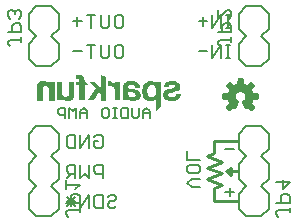
<source format=gbr>
G04 EAGLE Gerber RS-274X export*
G75*
%MOMM*%
%FSLAX34Y34*%
%LPD*%
%INSilkscreen Bottom*%
%IPPOS*%
%AMOC8*
5,1,8,0,0,1.08239X$1,22.5*%
G01*
%ADD10C,0.254000*%
%ADD11C,0.203200*%
%ADD12C,0.152400*%
%ADD13C,0.127000*%
%ADD14C,0.025400*%

G36*
X188708Y89046D02*
X188708Y89046D01*
X188816Y89056D01*
X188829Y89062D01*
X188843Y89064D01*
X188940Y89112D01*
X189039Y89157D01*
X189052Y89168D01*
X189061Y89172D01*
X189076Y89188D01*
X189153Y89250D01*
X191738Y91835D01*
X191801Y91924D01*
X191867Y92009D01*
X191872Y92022D01*
X191880Y92034D01*
X191911Y92137D01*
X191947Y92240D01*
X191947Y92254D01*
X191951Y92267D01*
X191947Y92375D01*
X191948Y92484D01*
X191943Y92497D01*
X191943Y92511D01*
X191905Y92613D01*
X191870Y92715D01*
X191861Y92730D01*
X191857Y92739D01*
X191843Y92756D01*
X191789Y92838D01*
X189025Y96228D01*
X189582Y97310D01*
X189588Y97330D01*
X189630Y97425D01*
X190001Y98584D01*
X194352Y99027D01*
X194456Y99055D01*
X194562Y99080D01*
X194574Y99087D01*
X194587Y99090D01*
X194677Y99151D01*
X194770Y99208D01*
X194778Y99219D01*
X194790Y99227D01*
X194856Y99313D01*
X194925Y99397D01*
X194929Y99410D01*
X194938Y99421D01*
X194972Y99524D01*
X195011Y99625D01*
X195012Y99643D01*
X195016Y99652D01*
X195016Y99674D01*
X195025Y99772D01*
X195025Y103428D01*
X195008Y103535D01*
X194994Y103643D01*
X194988Y103655D01*
X194986Y103669D01*
X194934Y103765D01*
X194887Y103862D01*
X194877Y103872D01*
X194871Y103884D01*
X194791Y103958D01*
X194715Y104035D01*
X194703Y104041D01*
X194693Y104051D01*
X194594Y104096D01*
X194497Y104144D01*
X194479Y104148D01*
X194470Y104152D01*
X194449Y104154D01*
X194352Y104173D01*
X190001Y104616D01*
X189630Y105775D01*
X189621Y105793D01*
X189619Y105800D01*
X189615Y105807D01*
X189582Y105890D01*
X189025Y106972D01*
X191789Y110362D01*
X191843Y110456D01*
X191900Y110548D01*
X191903Y110561D01*
X191910Y110573D01*
X191931Y110680D01*
X191956Y110785D01*
X191954Y110799D01*
X191957Y110813D01*
X191942Y110920D01*
X191932Y111028D01*
X191926Y111041D01*
X191924Y111055D01*
X191876Y111152D01*
X191831Y111251D01*
X191820Y111264D01*
X191816Y111273D01*
X191800Y111288D01*
X191738Y111365D01*
X189153Y113950D01*
X189064Y114013D01*
X188979Y114079D01*
X188966Y114084D01*
X188954Y114092D01*
X188851Y114123D01*
X188748Y114159D01*
X188734Y114159D01*
X188721Y114163D01*
X188613Y114159D01*
X188504Y114160D01*
X188491Y114155D01*
X188477Y114155D01*
X188375Y114117D01*
X188273Y114082D01*
X188258Y114073D01*
X188249Y114069D01*
X188232Y114055D01*
X188150Y114001D01*
X184760Y111237D01*
X183678Y111794D01*
X183658Y111800D01*
X183563Y111842D01*
X182404Y112213D01*
X181961Y116564D01*
X181933Y116668D01*
X181908Y116774D01*
X181901Y116786D01*
X181898Y116799D01*
X181837Y116889D01*
X181780Y116982D01*
X181769Y116990D01*
X181761Y117002D01*
X181675Y117068D01*
X181591Y117137D01*
X181578Y117141D01*
X181567Y117150D01*
X181464Y117184D01*
X181363Y117223D01*
X181345Y117224D01*
X181336Y117228D01*
X181314Y117228D01*
X181216Y117237D01*
X177560Y117237D01*
X177453Y117220D01*
X177345Y117206D01*
X177333Y117200D01*
X177319Y117198D01*
X177223Y117146D01*
X177126Y117099D01*
X177116Y117089D01*
X177104Y117083D01*
X177030Y117003D01*
X176953Y116927D01*
X176947Y116915D01*
X176937Y116905D01*
X176892Y116806D01*
X176844Y116709D01*
X176840Y116691D01*
X176836Y116682D01*
X176834Y116661D01*
X176815Y116564D01*
X176372Y112213D01*
X175213Y111842D01*
X175195Y111832D01*
X175098Y111794D01*
X174016Y111237D01*
X170626Y114001D01*
X170532Y114055D01*
X170440Y114112D01*
X170427Y114115D01*
X170415Y114122D01*
X170308Y114143D01*
X170203Y114168D01*
X170189Y114166D01*
X170175Y114169D01*
X170068Y114154D01*
X169960Y114144D01*
X169947Y114138D01*
X169934Y114136D01*
X169836Y114088D01*
X169737Y114043D01*
X169724Y114032D01*
X169715Y114028D01*
X169700Y114012D01*
X169623Y113950D01*
X167038Y111365D01*
X166975Y111276D01*
X166909Y111191D01*
X166904Y111178D01*
X166896Y111166D01*
X166865Y111063D01*
X166829Y110960D01*
X166829Y110946D01*
X166825Y110933D01*
X166829Y110825D01*
X166828Y110716D01*
X166833Y110703D01*
X166833Y110689D01*
X166871Y110587D01*
X166906Y110485D01*
X166915Y110470D01*
X166919Y110461D01*
X166933Y110444D01*
X166987Y110362D01*
X169751Y106972D01*
X169194Y105890D01*
X169188Y105870D01*
X169146Y105775D01*
X168775Y104616D01*
X164424Y104173D01*
X164320Y104145D01*
X164214Y104120D01*
X164202Y104113D01*
X164189Y104110D01*
X164099Y104049D01*
X164006Y103992D01*
X163998Y103981D01*
X163986Y103973D01*
X163920Y103887D01*
X163852Y103803D01*
X163847Y103790D01*
X163838Y103779D01*
X163804Y103676D01*
X163765Y103575D01*
X163764Y103557D01*
X163760Y103548D01*
X163761Y103526D01*
X163751Y103428D01*
X163751Y99772D01*
X163768Y99665D01*
X163782Y99557D01*
X163788Y99545D01*
X163790Y99531D01*
X163842Y99435D01*
X163889Y99338D01*
X163899Y99328D01*
X163905Y99316D01*
X163985Y99242D01*
X164061Y99165D01*
X164073Y99159D01*
X164084Y99149D01*
X164182Y99104D01*
X164279Y99056D01*
X164297Y99052D01*
X164306Y99048D01*
X164327Y99046D01*
X164424Y99027D01*
X168775Y98584D01*
X169146Y97425D01*
X169156Y97407D01*
X169194Y97310D01*
X169751Y96228D01*
X166987Y92838D01*
X166933Y92744D01*
X166876Y92652D01*
X166873Y92639D01*
X166866Y92627D01*
X166845Y92520D01*
X166820Y92415D01*
X166822Y92401D01*
X166819Y92387D01*
X166834Y92280D01*
X166844Y92172D01*
X166850Y92159D01*
X166852Y92146D01*
X166900Y92048D01*
X166945Y91949D01*
X166956Y91936D01*
X166960Y91927D01*
X166976Y91912D01*
X167038Y91835D01*
X169623Y89250D01*
X169712Y89187D01*
X169797Y89121D01*
X169810Y89116D01*
X169822Y89108D01*
X169925Y89077D01*
X170028Y89041D01*
X170042Y89041D01*
X170055Y89037D01*
X170163Y89041D01*
X170272Y89040D01*
X170285Y89045D01*
X170299Y89045D01*
X170401Y89083D01*
X170503Y89118D01*
X170518Y89127D01*
X170527Y89131D01*
X170544Y89145D01*
X170626Y89199D01*
X174016Y91963D01*
X175098Y91406D01*
X175151Y91389D01*
X175200Y91363D01*
X175266Y91352D01*
X175330Y91331D01*
X175386Y91332D01*
X175440Y91323D01*
X175507Y91334D01*
X175574Y91335D01*
X175626Y91353D01*
X175681Y91362D01*
X175741Y91394D01*
X175804Y91417D01*
X175847Y91451D01*
X175897Y91477D01*
X175943Y91526D01*
X175995Y91568D01*
X176026Y91615D01*
X176064Y91655D01*
X176120Y91760D01*
X176128Y91773D01*
X176129Y91778D01*
X176133Y91785D01*
X178286Y96982D01*
X178306Y97065D01*
X178311Y97078D01*
X178313Y97094D01*
X178338Y97179D01*
X178337Y97200D01*
X178342Y97220D01*
X178334Y97302D01*
X178335Y97321D01*
X178331Y97341D01*
X178327Y97422D01*
X178320Y97442D01*
X178318Y97463D01*
X178286Y97532D01*
X178280Y97559D01*
X178265Y97583D01*
X178239Y97650D01*
X178226Y97666D01*
X178217Y97685D01*
X178172Y97734D01*
X178152Y97766D01*
X178121Y97791D01*
X178083Y97837D01*
X178060Y97853D01*
X178050Y97863D01*
X178029Y97875D01*
X177964Y97920D01*
X177963Y97921D01*
X177962Y97922D01*
X177063Y98428D01*
X176376Y99072D01*
X175861Y99860D01*
X175549Y100748D01*
X175457Y101685D01*
X175590Y102617D01*
X175941Y103491D01*
X176490Y104256D01*
X177204Y104869D01*
X178044Y105294D01*
X178961Y105508D01*
X179902Y105498D01*
X180814Y105264D01*
X181644Y104821D01*
X182345Y104192D01*
X182877Y103415D01*
X183208Y102534D01*
X183321Y101599D01*
X183213Y100682D01*
X182893Y99814D01*
X182379Y99045D01*
X181700Y98418D01*
X180816Y97923D01*
X180774Y97890D01*
X180732Y97867D01*
X180701Y97834D01*
X180653Y97799D01*
X180641Y97783D01*
X180625Y97770D01*
X180590Y97715D01*
X180565Y97689D01*
X180552Y97659D01*
X180510Y97601D01*
X180504Y97582D01*
X180494Y97565D01*
X180475Y97490D01*
X180465Y97467D01*
X180462Y97443D01*
X180439Y97368D01*
X180440Y97348D01*
X180435Y97328D01*
X180442Y97242D01*
X180441Y97224D01*
X180444Y97208D01*
X180447Y97124D01*
X180455Y97099D01*
X180456Y97085D01*
X180466Y97063D01*
X180490Y96982D01*
X181419Y94739D01*
X181419Y94738D01*
X182350Y92491D01*
X182351Y92491D01*
X182643Y91785D01*
X182672Y91738D01*
X182693Y91686D01*
X182736Y91635D01*
X182772Y91578D01*
X182815Y91543D01*
X182851Y91500D01*
X182908Y91466D01*
X182960Y91423D01*
X183012Y91404D01*
X183060Y91375D01*
X183126Y91361D01*
X183189Y91337D01*
X183244Y91335D01*
X183298Y91324D01*
X183365Y91331D01*
X183432Y91329D01*
X183486Y91345D01*
X183541Y91352D01*
X183652Y91396D01*
X183666Y91400D01*
X183670Y91403D01*
X183678Y91406D01*
X184760Y91963D01*
X188150Y89199D01*
X188244Y89145D01*
X188336Y89088D01*
X188349Y89085D01*
X188361Y89078D01*
X188468Y89057D01*
X188573Y89032D01*
X188587Y89034D01*
X188601Y89031D01*
X188708Y89046D01*
G37*
G36*
X107889Y88953D02*
X107889Y88953D01*
X107891Y88952D01*
X107912Y88961D01*
X107972Y88984D01*
X112112Y92718D01*
X112114Y92724D01*
X112120Y92727D01*
X112144Y92787D01*
X112153Y92808D01*
X112152Y92810D01*
X112153Y92812D01*
X112153Y113386D01*
X112138Y113423D01*
X112128Y113462D01*
X112119Y113468D01*
X112115Y113477D01*
X112087Y113488D01*
X112051Y113510D01*
X108165Y114246D01*
X108150Y114243D01*
X108135Y114248D01*
X108103Y114233D01*
X108068Y114225D01*
X108060Y114212D01*
X108047Y114206D01*
X108032Y114167D01*
X108016Y114142D01*
X108019Y114131D01*
X108015Y114120D01*
X108039Y112203D01*
X107905Y112352D01*
X107904Y112353D01*
X107904Y112354D01*
X107015Y113319D01*
X107009Y113321D01*
X107005Y113328D01*
X106662Y113629D01*
X106651Y113633D01*
X106643Y113643D01*
X106249Y113876D01*
X106240Y113877D01*
X106232Y113884D01*
X104911Y114417D01*
X104900Y114417D01*
X104890Y114424D01*
X104408Y114526D01*
X104396Y114523D01*
X104384Y114528D01*
X102403Y114553D01*
X102392Y114549D01*
X102380Y114551D01*
X101295Y114368D01*
X101285Y114361D01*
X101271Y114361D01*
X100246Y113961D01*
X100239Y113953D01*
X100227Y113951D01*
X99325Y113410D01*
X99320Y113404D01*
X99311Y113401D01*
X98487Y112748D01*
X98481Y112738D01*
X98471Y112733D01*
X97679Y111843D01*
X97675Y111830D01*
X97663Y111821D01*
X97084Y110780D01*
X97082Y110768D01*
X97074Y110757D01*
X96400Y108644D01*
X96401Y108633D01*
X96395Y108622D01*
X96112Y106422D01*
X96115Y106411D01*
X96111Y106399D01*
X96229Y104184D01*
X96234Y104174D01*
X96232Y104162D01*
X96555Y102786D01*
X96562Y102777D01*
X96562Y102765D01*
X97118Y101465D01*
X97126Y101457D01*
X97128Y101446D01*
X97900Y100261D01*
X97909Y100255D01*
X97914Y100244D01*
X98571Y99537D01*
X98581Y99533D01*
X98587Y99523D01*
X99355Y98938D01*
X99366Y98936D01*
X99373Y98927D01*
X100229Y98481D01*
X100240Y98480D01*
X100249Y98472D01*
X101168Y98178D01*
X101178Y98179D01*
X101188Y98173D01*
X102400Y97984D01*
X102409Y97986D01*
X102418Y97983D01*
X103645Y97966D01*
X103653Y97969D01*
X103663Y97967D01*
X104880Y98122D01*
X104890Y98127D01*
X104902Y98127D01*
X105746Y98391D01*
X105756Y98399D01*
X105771Y98402D01*
X106540Y98839D01*
X106548Y98849D01*
X106562Y98854D01*
X107222Y99444D01*
X107228Y99456D01*
X107240Y99464D01*
X107760Y100180D01*
X107761Y100182D01*
X107761Y89078D01*
X107779Y89034D01*
X107796Y88991D01*
X107798Y88990D01*
X107799Y88987D01*
X107843Y88970D01*
X107887Y88952D01*
X107889Y88953D01*
G37*
G36*
X90339Y97969D02*
X90339Y97969D01*
X90350Y97974D01*
X90364Y97972D01*
X91736Y98280D01*
X91747Y98288D01*
X91762Y98289D01*
X93031Y98895D01*
X93040Y98905D01*
X93054Y98909D01*
X93502Y99251D01*
X93508Y99261D01*
X93520Y99267D01*
X93897Y99687D01*
X93901Y99698D01*
X93911Y99706D01*
X94203Y100189D01*
X94205Y100200D01*
X94213Y100210D01*
X94586Y101203D01*
X94586Y101214D01*
X94592Y101225D01*
X94781Y102269D01*
X94778Y102280D01*
X94783Y102292D01*
X94780Y103353D01*
X94777Y103360D01*
X94779Y103363D01*
X94776Y103370D01*
X94777Y103380D01*
X94571Y104321D01*
X94562Y104333D01*
X94561Y104350D01*
X94132Y105212D01*
X94122Y105221D01*
X94117Y105236D01*
X93619Y105845D01*
X93614Y105848D01*
X93612Y105852D01*
X93606Y105854D01*
X93601Y105863D01*
X92991Y106361D01*
X92979Y106364D01*
X92970Y106375D01*
X92274Y106741D01*
X92263Y106742D01*
X92254Y106749D01*
X90769Y107233D01*
X90761Y107232D01*
X90752Y107237D01*
X89215Y107515D01*
X89211Y107514D01*
X89206Y107517D01*
X87000Y107745D01*
X85694Y107971D01*
X85225Y108136D01*
X84797Y108382D01*
X84513Y108643D01*
X84453Y108730D01*
X84411Y108827D01*
X84300Y109348D01*
X84300Y109879D01*
X84411Y110400D01*
X84550Y110714D01*
X84749Y110993D01*
X85002Y111227D01*
X85316Y111420D01*
X85662Y111548D01*
X86031Y111609D01*
X87386Y111659D01*
X87973Y111605D01*
X88534Y111440D01*
X88998Y111185D01*
X89388Y110829D01*
X89683Y110391D01*
X89867Y109896D01*
X89930Y109365D01*
X89930Y109322D01*
X89931Y109320D01*
X89930Y109318D01*
X89950Y109275D01*
X89968Y109231D01*
X89970Y109231D01*
X89971Y109229D01*
X90056Y109196D01*
X94197Y109196D01*
X94198Y109194D01*
X94240Y109184D01*
X94282Y109170D01*
X94288Y109173D01*
X94294Y109172D01*
X94319Y109188D01*
X94364Y109209D01*
X94389Y109234D01*
X94389Y109235D01*
X94405Y109277D01*
X94424Y109326D01*
X94424Y109327D01*
X94404Y109369D01*
X94385Y109412D01*
X94263Y110303D01*
X94257Y110314D01*
X94257Y110329D01*
X93923Y111270D01*
X93914Y111280D01*
X93911Y111294D01*
X93392Y112147D01*
X93381Y112155D01*
X93376Y112168D01*
X92693Y112898D01*
X92681Y112903D01*
X92673Y112915D01*
X91856Y113489D01*
X91844Y113492D01*
X91835Y113501D01*
X90677Y114030D01*
X90667Y114030D01*
X90658Y114037D01*
X89429Y114371D01*
X89420Y114370D01*
X89411Y114374D01*
X87671Y114588D01*
X87663Y114585D01*
X87655Y114588D01*
X85901Y114580D01*
X85894Y114577D01*
X85885Y114579D01*
X84146Y114349D01*
X84138Y114344D01*
X84127Y114345D01*
X82713Y113920D01*
X82704Y113912D01*
X82690Y113911D01*
X81387Y113217D01*
X81378Y113207D01*
X81364Y113202D01*
X80802Y112719D01*
X80795Y112705D01*
X80781Y112696D01*
X80354Y112091D01*
X80351Y112076D01*
X80339Y112064D01*
X80072Y111373D01*
X80073Y111358D01*
X80065Y111343D01*
X79974Y110608D01*
X79976Y110600D01*
X79973Y110592D01*
X79973Y105766D01*
X79974Y105764D01*
X79973Y105762D01*
X79980Y105747D01*
X79948Y105663D01*
X79973Y101325D01*
X79871Y99988D01*
X79522Y98693D01*
X79448Y98494D01*
X79449Y98469D01*
X79440Y98446D01*
X79451Y98422D01*
X79452Y98396D01*
X79471Y98379D01*
X79481Y98357D01*
X79508Y98346D01*
X79526Y98330D01*
X79545Y98332D01*
X79566Y98324D01*
X83600Y98324D01*
X83636Y98321D01*
X83664Y98330D01*
X83704Y98334D01*
X83741Y98353D01*
X83760Y98375D01*
X83792Y98399D01*
X83814Y98435D01*
X83816Y98452D01*
X83828Y98468D01*
X83904Y98748D01*
X83903Y98751D01*
X83905Y98754D01*
X84132Y99783D01*
X84142Y99806D01*
X84148Y99812D01*
X84156Y99814D01*
X84165Y99813D01*
X84189Y99797D01*
X85016Y99094D01*
X85027Y99090D01*
X85036Y99080D01*
X85987Y98540D01*
X85998Y98539D01*
X86008Y98531D01*
X87043Y98178D01*
X87055Y98179D01*
X87065Y98173D01*
X88683Y97932D01*
X88693Y97935D01*
X88704Y97931D01*
X90339Y97969D01*
G37*
G36*
X65472Y98198D02*
X65472Y98198D01*
X65475Y98197D01*
X65558Y98234D01*
X65609Y98285D01*
X65611Y98288D01*
X65613Y98289D01*
X65646Y98374D01*
X65646Y117704D01*
X65638Y117723D01*
X65640Y117743D01*
X65619Y117770D01*
X65608Y117795D01*
X65594Y117800D01*
X65583Y117814D01*
X61443Y120176D01*
X61408Y120180D01*
X61376Y120192D01*
X61361Y120185D01*
X61345Y120187D01*
X61318Y120165D01*
X61287Y120151D01*
X61280Y120135D01*
X61268Y120125D01*
X61266Y120098D01*
X61254Y120066D01*
X61254Y108636D01*
X55779Y114110D01*
X55776Y114112D01*
X55775Y114114D01*
X55690Y114147D01*
X51016Y114147D01*
X51014Y114147D01*
X51013Y114147D01*
X50969Y114127D01*
X50925Y114109D01*
X50925Y114107D01*
X50923Y114106D01*
X50907Y114062D01*
X50890Y114017D01*
X50891Y114015D01*
X50890Y114014D01*
X50928Y113931D01*
X56619Y108365D01*
X50022Y98470D01*
X50015Y98432D01*
X50001Y98395D01*
X50006Y98385D01*
X50004Y98373D01*
X50026Y98342D01*
X50043Y98306D01*
X50054Y98302D01*
X50060Y98293D01*
X50090Y98288D01*
X50128Y98274D01*
X55208Y98299D01*
X55225Y98306D01*
X55243Y98304D01*
X55272Y98326D01*
X55298Y98338D01*
X55303Y98350D01*
X55315Y98360D01*
X59548Y105338D01*
X61203Y103731D01*
X61203Y98323D01*
X61204Y98321D01*
X61203Y98319D01*
X61223Y98276D01*
X61241Y98232D01*
X61243Y98232D01*
X61244Y98230D01*
X61329Y98197D01*
X65469Y98197D01*
X65472Y98198D01*
G37*
G36*
X33904Y97897D02*
X33904Y97897D01*
X33915Y97894D01*
X34948Y98041D01*
X34959Y98047D01*
X34972Y98047D01*
X35958Y98390D01*
X35967Y98398D01*
X35980Y98400D01*
X36882Y98926D01*
X36889Y98936D01*
X36902Y98941D01*
X37156Y99169D01*
X37162Y99180D01*
X37173Y99188D01*
X37834Y100073D01*
X37836Y100084D01*
X37846Y100093D01*
X38334Y101083D01*
X38334Y101095D01*
X38342Y101105D01*
X38642Y102168D01*
X38640Y102179D01*
X38646Y102191D01*
X38747Y103290D01*
X38745Y103296D01*
X38747Y103302D01*
X38747Y114097D01*
X38746Y114099D01*
X38747Y114101D01*
X38727Y114144D01*
X38709Y114188D01*
X38707Y114188D01*
X38706Y114190D01*
X38621Y114223D01*
X34481Y114223D01*
X34479Y114222D01*
X34477Y114223D01*
X34434Y114203D01*
X34390Y114185D01*
X34390Y114183D01*
X34388Y114182D01*
X34355Y114097D01*
X34355Y104100D01*
X34206Y103270D01*
X33863Y102502D01*
X33591Y102140D01*
X33250Y101839D01*
X32855Y101614D01*
X32166Y101391D01*
X31447Y101311D01*
X30726Y101378D01*
X30035Y101590D01*
X29525Y101878D01*
X29094Y102275D01*
X28767Y102760D01*
X28558Y103310D01*
X28333Y104514D01*
X28257Y105744D01*
X28257Y114046D01*
X28256Y114048D01*
X28257Y114050D01*
X28237Y114093D01*
X28219Y114137D01*
X28217Y114137D01*
X28216Y114139D01*
X28131Y114172D01*
X23915Y114172D01*
X23913Y114171D01*
X23911Y114172D01*
X23868Y114152D01*
X23824Y114134D01*
X23824Y114132D01*
X23822Y114131D01*
X23789Y114046D01*
X23789Y98425D01*
X23790Y98423D01*
X23789Y98421D01*
X23809Y98378D01*
X23827Y98334D01*
X23829Y98334D01*
X23830Y98332D01*
X23915Y98299D01*
X27928Y98299D01*
X27930Y98300D01*
X27932Y98299D01*
X27975Y98319D01*
X28019Y98337D01*
X28019Y98339D01*
X28021Y98340D01*
X28054Y98425D01*
X28054Y100482D01*
X28561Y99841D01*
X28569Y99837D01*
X28573Y99828D01*
X29400Y99043D01*
X29409Y99040D01*
X29414Y99032D01*
X30344Y98373D01*
X30353Y98371D01*
X30361Y98363D01*
X30606Y98241D01*
X30617Y98240D01*
X30626Y98233D01*
X30888Y98152D01*
X30897Y98153D01*
X30906Y98148D01*
X32384Y97925D01*
X32392Y97927D01*
X32400Y97923D01*
X33894Y97893D01*
X33904Y97897D01*
G37*
G36*
X21427Y98224D02*
X21427Y98224D01*
X21429Y98223D01*
X21472Y98243D01*
X21516Y98261D01*
X21516Y98263D01*
X21518Y98264D01*
X21551Y98349D01*
X21551Y114071D01*
X21550Y114073D01*
X21551Y114075D01*
X21531Y114118D01*
X21513Y114162D01*
X21511Y114162D01*
X21510Y114164D01*
X21425Y114197D01*
X17387Y114197D01*
X17385Y114196D01*
X17383Y114197D01*
X17340Y114177D01*
X17296Y114159D01*
X17296Y114157D01*
X17294Y114156D01*
X17261Y114071D01*
X17261Y112003D01*
X17219Y112032D01*
X17105Y112168D01*
X16828Y112546D01*
X16824Y112548D01*
X16822Y112553D01*
X16420Y113026D01*
X16413Y113030D01*
X16409Y113038D01*
X16214Y113214D01*
X16074Y113340D01*
X15948Y113454D01*
X15938Y113457D01*
X15930Y113467D01*
X15032Y114034D01*
X15019Y114037D01*
X15008Y114046D01*
X14012Y114415D01*
X13999Y114415D01*
X13986Y114422D01*
X12934Y114577D01*
X12924Y114574D01*
X12913Y114578D01*
X10907Y114528D01*
X10897Y114524D01*
X10884Y114526D01*
X9907Y114320D01*
X9895Y114312D01*
X9879Y114311D01*
X8974Y113889D01*
X8965Y113878D01*
X8950Y113874D01*
X8165Y113256D01*
X8159Y113245D01*
X8147Y113239D01*
X7658Y112664D01*
X7655Y112653D01*
X7645Y112646D01*
X7261Y111997D01*
X7259Y111986D01*
X7251Y111977D01*
X6982Y111272D01*
X6982Y111263D01*
X6977Y111254D01*
X6737Y110147D01*
X6739Y110138D01*
X6735Y110130D01*
X6644Y109001D01*
X6646Y108996D01*
X6644Y108991D01*
X6644Y98450D01*
X6645Y98448D01*
X6644Y98446D01*
X6664Y98403D01*
X6682Y98359D01*
X6684Y98359D01*
X6685Y98357D01*
X6770Y98324D01*
X10859Y98324D01*
X10861Y98325D01*
X10863Y98324D01*
X10906Y98344D01*
X10950Y98362D01*
X10950Y98364D01*
X10952Y98365D01*
X10985Y98450D01*
X10985Y108096D01*
X11050Y108814D01*
X11241Y109502D01*
X11551Y110144D01*
X11847Y110531D01*
X12221Y110840D01*
X12656Y111057D01*
X12956Y111134D01*
X13272Y111151D01*
X14377Y111101D01*
X14933Y111014D01*
X15449Y110810D01*
X15906Y110496D01*
X16423Y109927D01*
X16786Y109248D01*
X17003Y108498D01*
X17083Y107715D01*
X17083Y98349D01*
X17084Y98347D01*
X17083Y98345D01*
X17103Y98302D01*
X17121Y98258D01*
X17123Y98258D01*
X17124Y98256D01*
X17209Y98223D01*
X21425Y98223D01*
X21427Y98224D01*
G37*
G36*
X121122Y97945D02*
X121122Y97945D01*
X121129Y97943D01*
X123695Y98121D01*
X123704Y98126D01*
X123714Y98124D01*
X124635Y98336D01*
X124646Y98344D01*
X124660Y98345D01*
X125517Y98742D01*
X125523Y98749D01*
X125532Y98751D01*
X126726Y99513D01*
X126731Y99519D01*
X126739Y99522D01*
X127254Y99953D01*
X127259Y99964D01*
X127271Y99970D01*
X127691Y100494D01*
X127695Y100505D01*
X127705Y100514D01*
X128014Y101110D01*
X128015Y101119D01*
X128022Y101127D01*
X128454Y102397D01*
X128453Y102407D01*
X128458Y102416D01*
X128560Y103000D01*
X128559Y103007D01*
X128562Y103013D01*
X128587Y103369D01*
X128586Y103373D01*
X128587Y103376D01*
X128586Y103378D01*
X128587Y103382D01*
X128575Y103408D01*
X128572Y103438D01*
X128571Y103439D01*
X128571Y103440D01*
X128560Y103449D01*
X128555Y103462D01*
X128549Y103465D01*
X128546Y103471D01*
X128516Y103483D01*
X128496Y103499D01*
X128494Y103499D01*
X128493Y103500D01*
X128478Y103499D01*
X128466Y103504D01*
X128464Y103503D01*
X128461Y103504D01*
X124600Y103504D01*
X124598Y103503D01*
X124596Y103504D01*
X124553Y103484D01*
X124509Y103466D01*
X124509Y103464D01*
X124507Y103463D01*
X124474Y103378D01*
X124474Y103331D01*
X124445Y102834D01*
X124299Y102372D01*
X124043Y101958D01*
X123939Y101853D01*
X123813Y101727D01*
X123601Y101515D01*
X123074Y101178D01*
X122487Y100961D01*
X121925Y100888D01*
X120595Y100888D01*
X119992Y100962D01*
X119425Y101159D01*
X118912Y101471D01*
X118625Y101755D01*
X118416Y102100D01*
X118299Y102485D01*
X118282Y102889D01*
X118367Y103284D01*
X118548Y103646D01*
X118813Y103950D01*
X119149Y104181D01*
X120256Y104651D01*
X121430Y104957D01*
X125061Y105820D01*
X125068Y105825D01*
X125077Y105825D01*
X125885Y106131D01*
X125892Y106137D01*
X125902Y106139D01*
X126653Y106566D01*
X126659Y106573D01*
X126669Y106577D01*
X127346Y107114D01*
X127351Y107124D01*
X127362Y107130D01*
X127699Y107515D01*
X127703Y107528D01*
X127714Y107537D01*
X127963Y107984D01*
X127964Y107997D01*
X127973Y108008D01*
X128125Y108497D01*
X128123Y108509D01*
X128130Y108522D01*
X128235Y109658D01*
X128232Y109671D01*
X128235Y109684D01*
X128106Y110818D01*
X128100Y110829D01*
X128101Y110843D01*
X127743Y111927D01*
X127735Y111936D01*
X127733Y111950D01*
X127434Y112472D01*
X127424Y112479D01*
X127419Y112492D01*
X127025Y112947D01*
X127014Y112952D01*
X127007Y112964D01*
X126531Y113333D01*
X126520Y113336D01*
X126511Y113345D01*
X125230Y113999D01*
X125219Y114000D01*
X125209Y114007D01*
X123831Y114418D01*
X123820Y114417D01*
X123808Y114423D01*
X122379Y114578D01*
X122372Y114576D01*
X122365Y114578D01*
X120562Y114578D01*
X120556Y114576D01*
X120549Y114578D01*
X119156Y114438D01*
X119147Y114433D01*
X119136Y114434D01*
X117785Y114066D01*
X117776Y114059D01*
X117762Y114057D01*
X116665Y113519D01*
X116656Y113509D01*
X116642Y113505D01*
X115683Y112748D01*
X115677Y112738D01*
X115666Y112733D01*
X115318Y112337D01*
X115316Y112332D01*
X115315Y112332D01*
X115314Y112328D01*
X115306Y112322D01*
X115020Y111880D01*
X115018Y111870D01*
X115011Y111863D01*
X114655Y111075D01*
X114655Y111070D01*
X114651Y111066D01*
X114448Y110508D01*
X114450Y110484D01*
X114445Y110472D01*
X114448Y110465D01*
X114443Y110440D01*
X114452Y110426D01*
X114443Y110414D01*
X114445Y110408D01*
X114441Y110401D01*
X114365Y109690D01*
X114367Y109684D01*
X114366Y109680D01*
X114367Y109678D01*
X114365Y109673D01*
X114382Y109636D01*
X114394Y109596D01*
X114402Y109592D01*
X114406Y109584D01*
X114456Y109564D01*
X114482Y109551D01*
X114486Y109553D01*
X114491Y109551D01*
X118377Y109551D01*
X118421Y109569D01*
X118465Y109587D01*
X118466Y109588D01*
X118468Y109589D01*
X118475Y109608D01*
X118503Y109669D01*
X118519Y109929D01*
X118574Y110172D01*
X118724Y110524D01*
X118942Y110837D01*
X119218Y111101D01*
X119640Y111372D01*
X120107Y111561D01*
X120603Y111659D01*
X121451Y111703D01*
X122299Y111659D01*
X122748Y111574D01*
X123172Y111417D01*
X123473Y111222D01*
X123706Y110954D01*
X123861Y110612D01*
X123909Y110240D01*
X123844Y109871D01*
X123660Y109510D01*
X123425Y109267D01*
X123377Y109217D01*
X122702Y108801D01*
X121950Y108529D01*
X119927Y108125D01*
X119926Y108124D01*
X119925Y108124D01*
X118202Y107743D01*
X118195Y107738D01*
X118186Y107738D01*
X116530Y107128D01*
X116524Y107122D01*
X116514Y107121D01*
X115758Y106716D01*
X115752Y106709D01*
X115743Y106706D01*
X115051Y106198D01*
X115046Y106188D01*
X115034Y106183D01*
X114702Y105833D01*
X114697Y105821D01*
X114686Y105812D01*
X114434Y105400D01*
X114432Y105386D01*
X114422Y105374D01*
X114085Y104371D01*
X114086Y104356D01*
X114078Y104342D01*
X113984Y103287D01*
X113987Y103278D01*
X113984Y103267D01*
X114060Y102226D01*
X114064Y102218D01*
X114063Y102208D01*
X114206Y101544D01*
X114212Y101534D01*
X114213Y101521D01*
X114479Y100896D01*
X114487Y100887D01*
X114490Y100875D01*
X114869Y100311D01*
X114879Y100304D01*
X114884Y100293D01*
X115610Y99550D01*
X115620Y99546D01*
X115626Y99535D01*
X116470Y98929D01*
X116480Y98927D01*
X116489Y98918D01*
X117424Y98467D01*
X117435Y98466D01*
X117445Y98459D01*
X118445Y98177D01*
X118453Y98178D01*
X118462Y98173D01*
X119776Y97991D01*
X119783Y97993D01*
X119789Y97990D01*
X121116Y97943D01*
X121122Y97945D01*
G37*
G36*
X47259Y98224D02*
X47259Y98224D01*
X47261Y98223D01*
X47304Y98243D01*
X47348Y98261D01*
X47348Y98263D01*
X47350Y98264D01*
X47383Y98349D01*
X47383Y111229D01*
X51246Y111253D01*
X51247Y111253D01*
X51292Y111273D01*
X51336Y111292D01*
X51337Y111293D01*
X51354Y111338D01*
X51371Y111384D01*
X51371Y111385D01*
X51334Y111468D01*
X48667Y114135D01*
X48664Y114137D01*
X48663Y114139D01*
X48578Y114172D01*
X47332Y114172D01*
X47332Y114503D01*
X47330Y114508D01*
X47332Y114513D01*
X47155Y116647D01*
X47150Y116657D01*
X47150Y116658D01*
X47150Y116659D01*
X47150Y116660D01*
X47151Y116669D01*
X47003Y117236D01*
X46996Y117245D01*
X46995Y117257D01*
X46747Y117788D01*
X46738Y117796D01*
X46735Y117808D01*
X46395Y118285D01*
X46385Y118291D01*
X46379Y118303D01*
X45636Y119013D01*
X45626Y119017D01*
X45624Y119021D01*
X45621Y119022D01*
X45617Y119028D01*
X44749Y119578D01*
X44737Y119580D01*
X44727Y119589D01*
X43769Y119958D01*
X43756Y119958D01*
X43745Y119965D01*
X42732Y120139D01*
X42722Y120137D01*
X42711Y120141D01*
X41161Y120141D01*
X41158Y120140D01*
X41154Y120141D01*
X39837Y120065D01*
X39815Y120065D01*
X39813Y120064D01*
X39811Y120065D01*
X39768Y120045D01*
X39724Y120027D01*
X39724Y120025D01*
X39722Y120024D01*
X39689Y119939D01*
X39689Y116916D01*
X39690Y116914D01*
X39689Y116912D01*
X39709Y116869D01*
X39727Y116825D01*
X39729Y116825D01*
X39730Y116823D01*
X39815Y116790D01*
X39891Y116790D01*
X39896Y116792D01*
X39903Y116790D01*
X40183Y116816D01*
X41098Y116901D01*
X41998Y116818D01*
X42280Y116721D01*
X42520Y116551D01*
X42702Y116319D01*
X42877Y115896D01*
X42940Y115434D01*
X42940Y114172D01*
X40094Y114172D01*
X40092Y114171D01*
X40090Y114172D01*
X40047Y114152D01*
X40003Y114134D01*
X40003Y114132D01*
X40001Y114131D01*
X39968Y114046D01*
X39968Y111379D01*
X39969Y111377D01*
X39968Y111375D01*
X39988Y111332D01*
X40006Y111288D01*
X40008Y111288D01*
X40009Y111286D01*
X40094Y111253D01*
X42966Y111253D01*
X42966Y98349D01*
X42967Y98347D01*
X42966Y98345D01*
X42986Y98302D01*
X43004Y98258D01*
X43006Y98258D01*
X43007Y98256D01*
X43092Y98223D01*
X47257Y98223D01*
X47259Y98224D01*
G37*
G36*
X77384Y98325D02*
X77384Y98325D01*
X77386Y98324D01*
X77429Y98344D01*
X77473Y98362D01*
X77474Y98364D01*
X77476Y98365D01*
X77508Y98450D01*
X77482Y113335D01*
X77466Y113373D01*
X77456Y113412D01*
X77447Y113417D01*
X77444Y113426D01*
X77415Y113437D01*
X77378Y113459D01*
X73517Y114145D01*
X73504Y114142D01*
X73491Y114147D01*
X73457Y114132D01*
X73421Y114123D01*
X73414Y114112D01*
X73402Y114106D01*
X73386Y114065D01*
X73370Y114039D01*
X73372Y114030D01*
X73369Y114021D01*
X73369Y111241D01*
X73322Y111256D01*
X73143Y111524D01*
X72457Y112566D01*
X72452Y112570D01*
X72449Y112577D01*
X72133Y112960D01*
X72120Y112967D01*
X72112Y112980D01*
X71718Y113282D01*
X71713Y113283D01*
X71710Y113287D01*
X70821Y113872D01*
X70818Y113873D01*
X70815Y113876D01*
X70204Y114229D01*
X70192Y114231D01*
X70181Y114240D01*
X69511Y114463D01*
X69499Y114462D01*
X69487Y114468D01*
X68786Y114552D01*
X68776Y114549D01*
X68764Y114553D01*
X67392Y114477D01*
X67349Y114456D01*
X67306Y114436D01*
X67305Y114434D01*
X67304Y114434D01*
X67298Y114416D01*
X67273Y114351D01*
X67273Y110490D01*
X67274Y110488D01*
X67273Y110486D01*
X67293Y110443D01*
X67311Y110399D01*
X67313Y110399D01*
X67314Y110397D01*
X67399Y110364D01*
X67425Y110364D01*
X67434Y110368D01*
X67446Y110365D01*
X67598Y110390D01*
X67600Y110392D01*
X67603Y110391D01*
X68200Y110516D01*
X69725Y110516D01*
X70267Y110424D01*
X70785Y110243D01*
X71264Y109979D01*
X71931Y109419D01*
X72456Y108727D01*
X72817Y107934D01*
X73017Y107115D01*
X73090Y106269D01*
X73090Y98450D01*
X73091Y98448D01*
X73090Y98446D01*
X73110Y98403D01*
X73128Y98359D01*
X73130Y98359D01*
X73131Y98357D01*
X73216Y98324D01*
X77382Y98324D01*
X77384Y98325D01*
G37*
%LPC*%
G36*
X102922Y101391D02*
X102922Y101391D01*
X102183Y101729D01*
X101557Y102245D01*
X101085Y102903D01*
X100796Y103664D01*
X100492Y105611D01*
X100495Y107582D01*
X100686Y108552D01*
X101089Y109451D01*
X101686Y110237D01*
X102445Y110867D01*
X102945Y111127D01*
X103487Y111283D01*
X104054Y111329D01*
X105129Y111278D01*
X105501Y111204D01*
X105839Y111042D01*
X106552Y110486D01*
X107149Y109806D01*
X107562Y109099D01*
X107829Y108325D01*
X107939Y107510D01*
X107913Y104964D01*
X107789Y104195D01*
X107564Y103520D01*
X107565Y103508D01*
X107559Y103496D01*
X107554Y103459D01*
X107562Y103432D01*
X107562Y103421D01*
X107534Y103408D01*
X107490Y103388D01*
X107490Y103387D01*
X107489Y103387D01*
X107456Y103302D01*
X107456Y103264D01*
X107444Y103205D01*
X107402Y103145D01*
X107402Y103144D01*
X107401Y103143D01*
X107350Y103067D01*
X107349Y103061D01*
X107344Y103056D01*
X107044Y102492D01*
X106632Y102023D01*
X106123Y101660D01*
X105446Y101370D01*
X104724Y101218D01*
X103813Y101212D01*
X102922Y101391D01*
G37*
%LPD*%
%LPC*%
G36*
X86227Y101012D02*
X86227Y101012D01*
X85905Y101134D01*
X85614Y101319D01*
X84870Y102038D01*
X84720Y102257D01*
X84613Y102506D01*
X84566Y102671D01*
X84359Y103741D01*
X84289Y104830D01*
X84289Y105664D01*
X84288Y105666D01*
X84289Y105668D01*
X84269Y105711D01*
X84269Y105713D01*
X84289Y105766D01*
X84289Y106058D01*
X84431Y105931D01*
X84446Y105926D01*
X84457Y105913D01*
X84664Y105806D01*
X84676Y105805D01*
X84686Y105797D01*
X85650Y105509D01*
X85658Y105510D01*
X85665Y105506D01*
X86657Y105337D01*
X86661Y105338D01*
X86665Y105335D01*
X88108Y105183D01*
X88658Y105078D01*
X89176Y104881D01*
X89650Y104597D01*
X89918Y104353D01*
X90122Y104055D01*
X90342Y103513D01*
X90449Y102938D01*
X90438Y102353D01*
X90367Y102045D01*
X90232Y101760D01*
X90041Y101510D01*
X89679Y101213D01*
X89258Y101010D01*
X88797Y100913D01*
X87269Y100863D01*
X86227Y101012D01*
G37*
%LPD*%
D10*
X176212Y63500D02*
X157162Y63500D01*
X157162Y53975D01*
X150812Y50800D01*
X163512Y46038D01*
X150812Y41275D01*
X163512Y36513D01*
X150812Y31750D01*
X163512Y26988D01*
X157162Y23813D01*
X157162Y12700D01*
X176212Y12700D01*
X176212Y38100D02*
X166687Y38100D01*
X171450Y41275D01*
X171450Y34925D01*
X166687Y38100D01*
D11*
X166875Y159766D02*
X170434Y159766D01*
X168655Y159766D02*
X168655Y170443D01*
X170434Y170443D02*
X166875Y170443D01*
X162638Y170443D02*
X162638Y159766D01*
X155520Y159766D02*
X162638Y170443D01*
X155520Y170443D02*
X155520Y159766D01*
X150944Y165105D02*
X143826Y165105D01*
X147385Y168664D02*
X147385Y161546D01*
X166875Y134366D02*
X170434Y134366D01*
X168655Y134366D02*
X168655Y145043D01*
X170434Y145043D02*
X166875Y145043D01*
X162638Y145043D02*
X162638Y134366D01*
X155520Y134366D02*
X162638Y145043D01*
X155520Y145043D02*
X155520Y134366D01*
X150944Y139705D02*
X143826Y139705D01*
X78168Y170443D02*
X74608Y170443D01*
X78168Y170443D02*
X79947Y168664D01*
X79947Y161546D01*
X78168Y159766D01*
X74608Y159766D01*
X72829Y161546D01*
X72829Y168664D01*
X74608Y170443D01*
X68253Y170443D02*
X68253Y161546D01*
X66474Y159766D01*
X62914Y159766D01*
X61135Y161546D01*
X61135Y170443D01*
X53000Y170443D02*
X53000Y159766D01*
X56559Y170443D02*
X49441Y170443D01*
X44865Y165105D02*
X37747Y165105D01*
X41306Y168664D02*
X41306Y161546D01*
X74608Y145043D02*
X78168Y145043D01*
X79947Y143264D01*
X79947Y136146D01*
X78168Y134366D01*
X74608Y134366D01*
X72829Y136146D01*
X72829Y143264D01*
X74608Y145043D01*
X68253Y145043D02*
X68253Y136146D01*
X66474Y134366D01*
X62914Y134366D01*
X61135Y136146D01*
X61135Y145043D01*
X53000Y145043D02*
X53000Y134366D01*
X56559Y145043D02*
X49441Y145043D01*
X44865Y139705D02*
X37747Y139705D01*
X62641Y43443D02*
X62641Y32766D01*
X62641Y43443D02*
X57302Y43443D01*
X55523Y41664D01*
X55523Y38105D01*
X57302Y36325D01*
X62641Y36325D01*
X50947Y32766D02*
X50947Y43443D01*
X47388Y36325D02*
X50947Y32766D01*
X47388Y36325D02*
X43829Y32766D01*
X43829Y43443D01*
X39253Y43443D02*
X39253Y32766D01*
X39253Y43443D02*
X33914Y43443D01*
X32135Y41664D01*
X32135Y38105D01*
X33914Y36325D01*
X39253Y36325D01*
X35694Y36325D02*
X32135Y32766D01*
X55523Y67064D02*
X57302Y68843D01*
X60861Y68843D01*
X62641Y67064D01*
X62641Y59946D01*
X60861Y58166D01*
X57302Y58166D01*
X55523Y59946D01*
X55523Y63505D01*
X59082Y63505D01*
X50947Y68843D02*
X50947Y58166D01*
X43829Y58166D02*
X50947Y68843D01*
X43829Y68843D02*
X43829Y58166D01*
X39253Y58166D02*
X39253Y68843D01*
X39253Y58166D02*
X33914Y58166D01*
X32135Y59946D01*
X32135Y67064D01*
X33914Y68843D01*
X39253Y68843D01*
X68996Y18043D02*
X67217Y16264D01*
X68996Y18043D02*
X72555Y18043D01*
X74335Y16264D01*
X74335Y14484D01*
X72555Y12705D01*
X68996Y12705D01*
X67217Y10925D01*
X67217Y9146D01*
X68996Y7366D01*
X72555Y7366D01*
X74335Y9146D01*
X62641Y7366D02*
X62641Y18043D01*
X62641Y7366D02*
X57302Y7366D01*
X55523Y9146D01*
X55523Y16264D01*
X57302Y18043D01*
X62641Y18043D01*
X50947Y18043D02*
X50947Y7366D01*
X43829Y7366D02*
X50947Y18043D01*
X43829Y18043D02*
X43829Y7366D01*
X39253Y16264D02*
X32135Y9146D01*
X39253Y9146D02*
X32135Y16264D01*
X32135Y12705D02*
X39253Y12705D01*
X35694Y9146D02*
X35694Y16264D01*
X137925Y24829D02*
X145043Y24829D01*
X137925Y24829D02*
X134366Y28388D01*
X137925Y31947D01*
X145043Y31947D01*
X145043Y38302D02*
X145043Y41862D01*
X145043Y38302D02*
X143264Y36523D01*
X136146Y36523D01*
X134366Y38302D01*
X134366Y41862D01*
X136146Y43641D01*
X143264Y43641D01*
X145043Y41862D01*
X145043Y48217D02*
X134366Y48217D01*
X134366Y55335D01*
D12*
X102425Y83312D02*
X102425Y89074D01*
X99544Y91955D01*
X96663Y89074D01*
X96663Y83312D01*
X96663Y87634D02*
X102425Y87634D01*
X93070Y84753D02*
X93070Y91955D01*
X93070Y84753D02*
X91629Y83312D01*
X88748Y83312D01*
X87308Y84753D01*
X87308Y91955D01*
X83715Y91955D02*
X83715Y83312D01*
X79393Y83312D01*
X77952Y84753D01*
X77952Y90515D01*
X79393Y91955D01*
X83715Y91955D01*
X74359Y83312D02*
X71478Y83312D01*
X72919Y83312D02*
X72919Y91955D01*
X74359Y91955D02*
X71478Y91955D01*
X66682Y91955D02*
X63801Y91955D01*
X66682Y91955D02*
X68123Y90515D01*
X68123Y84753D01*
X66682Y83312D01*
X63801Y83312D01*
X62360Y84753D01*
X62360Y90515D01*
X63801Y91955D01*
X49412Y89074D02*
X49412Y83312D01*
X49412Y89074D02*
X46531Y91955D01*
X43650Y89074D01*
X43650Y83312D01*
X43650Y87634D02*
X49412Y87634D01*
X40057Y91955D02*
X40057Y83312D01*
X37176Y89074D02*
X40057Y91955D01*
X37176Y89074D02*
X34295Y91955D01*
X34295Y83312D01*
X30702Y83312D02*
X30702Y91955D01*
X26380Y91955D01*
X24940Y90515D01*
X24940Y87634D01*
X26380Y86193D01*
X30702Y86193D01*
D11*
X166491Y20643D02*
X173609Y20643D01*
X170050Y24202D02*
X170050Y17084D01*
X173609Y57155D02*
X166491Y57155D01*
X177800Y158750D02*
X177800Y171450D01*
X177800Y158750D02*
X184150Y152400D01*
X196850Y152400D02*
X203200Y158750D01*
X184150Y152400D02*
X177800Y146050D01*
X177800Y133350D01*
X184150Y127000D01*
X196850Y127000D02*
X203200Y133350D01*
X203200Y146050D01*
X196850Y152400D01*
X196850Y177800D02*
X184150Y177800D01*
X177800Y171450D01*
X196850Y177800D02*
X203200Y171450D01*
X203200Y158750D01*
X196850Y127000D02*
X184150Y127000D01*
D13*
X162054Y144115D02*
X160147Y146022D01*
X160147Y147928D01*
X162054Y149835D01*
X171587Y149835D01*
X171587Y147928D02*
X171587Y151742D01*
X171587Y155809D02*
X160147Y155809D01*
X171587Y155809D02*
X171587Y161529D01*
X169680Y163436D01*
X165867Y163436D01*
X163960Y161529D01*
X163960Y155809D01*
X160147Y167503D02*
X160147Y175129D01*
X160147Y167503D02*
X167774Y175129D01*
X169680Y175129D01*
X171587Y173223D01*
X171587Y169410D01*
X169680Y167503D01*
D11*
X0Y171450D02*
X0Y158750D01*
X6350Y152400D01*
X19050Y152400D02*
X25400Y158750D01*
X6350Y152400D02*
X0Y146050D01*
X0Y133350D01*
X6350Y127000D01*
X19050Y127000D02*
X25400Y133350D01*
X25400Y146050D01*
X19050Y152400D01*
X19050Y177800D02*
X6350Y177800D01*
X0Y171450D01*
X19050Y177800D02*
X25400Y171450D01*
X25400Y158750D01*
X19050Y127000D02*
X6350Y127000D01*
D13*
X-15746Y144115D02*
X-17653Y146022D01*
X-17653Y147928D01*
X-15746Y149835D01*
X-6213Y149835D01*
X-6213Y147928D02*
X-6213Y151742D01*
X-6213Y155809D02*
X-17653Y155809D01*
X-6213Y155809D02*
X-6213Y161529D01*
X-8120Y163436D01*
X-11933Y163436D01*
X-13840Y161529D01*
X-13840Y155809D01*
X-8120Y167503D02*
X-6213Y169410D01*
X-6213Y173223D01*
X-8120Y175129D01*
X-10027Y175129D01*
X-11933Y173223D01*
X-11933Y171316D01*
X-11933Y173223D02*
X-13840Y175129D01*
X-15746Y175129D01*
X-17653Y173223D01*
X-17653Y169410D01*
X-15746Y167503D01*
D11*
X25400Y57150D02*
X19050Y50800D01*
X25400Y57150D02*
X25400Y69850D01*
X19050Y76200D01*
X6350Y76200D02*
X0Y69850D01*
X0Y57150D01*
X6350Y50800D01*
X25400Y19050D02*
X25400Y6350D01*
X25400Y19050D02*
X19050Y25400D01*
X6350Y25400D02*
X0Y19050D01*
X19050Y25400D02*
X25400Y31750D01*
X25400Y44450D01*
X19050Y50800D01*
X6350Y50800D02*
X0Y44450D01*
X0Y31750D01*
X6350Y25400D01*
X6350Y0D02*
X19050Y0D01*
X25400Y6350D01*
X6350Y0D02*
X0Y6350D01*
X0Y19050D01*
X6350Y76200D02*
X19050Y76200D01*
D13*
X31623Y1780D02*
X33530Y-127D01*
X31623Y1780D02*
X31623Y3686D01*
X33530Y5593D01*
X43063Y5593D01*
X43063Y3686D02*
X43063Y7500D01*
X43063Y11567D02*
X31623Y11567D01*
X43063Y11567D02*
X43063Y17287D01*
X41156Y19193D01*
X37343Y19193D01*
X35436Y17287D01*
X35436Y11567D01*
X39250Y23261D02*
X43063Y27074D01*
X31623Y27074D01*
X31623Y23261D02*
X31623Y30887D01*
D11*
X196850Y50800D02*
X203200Y57150D01*
X203200Y69850D01*
X196850Y76200D01*
X184150Y76200D02*
X177800Y69850D01*
X177800Y57150D01*
X184150Y50800D01*
X203200Y19050D02*
X203200Y6350D01*
X203200Y19050D02*
X196850Y25400D01*
X184150Y25400D02*
X177800Y19050D01*
X196850Y25400D02*
X203200Y31750D01*
X203200Y44450D01*
X196850Y50800D01*
X184150Y50800D02*
X177800Y44450D01*
X177800Y31750D01*
X184150Y25400D01*
X184150Y0D02*
X196850Y0D01*
X203200Y6350D01*
X184150Y0D02*
X177800Y6350D01*
X177800Y19050D01*
X184150Y76200D02*
X196850Y76200D01*
D13*
X209423Y1780D02*
X211330Y-127D01*
X209423Y1780D02*
X209423Y3686D01*
X211330Y5593D01*
X220863Y5593D01*
X220863Y3686D02*
X220863Y7500D01*
X220863Y11567D02*
X209423Y11567D01*
X220863Y11567D02*
X220863Y17287D01*
X218956Y19193D01*
X215143Y19193D01*
X213236Y17287D01*
X213236Y11567D01*
X209423Y28981D02*
X220863Y28981D01*
X215143Y23261D01*
X215143Y30887D01*
D14*
X21425Y98349D02*
X21425Y114071D01*
X17387Y114071D01*
X17387Y111862D01*
X17311Y111862D01*
X17283Y111864D01*
X17255Y111868D01*
X17228Y111877D01*
X17202Y111888D01*
X17177Y111902D01*
X17154Y111919D01*
X17133Y111938D01*
X17089Y111987D01*
X17046Y112038D01*
X17006Y112090D01*
X16726Y112471D01*
X16651Y112569D01*
X16573Y112666D01*
X16492Y112761D01*
X16409Y112853D01*
X16324Y112944D01*
X16236Y113032D01*
X16146Y113117D01*
X16054Y113201D01*
X15960Y113281D01*
X15863Y113360D01*
X15864Y113360D02*
X15753Y113445D01*
X15641Y113526D01*
X15526Y113605D01*
X15409Y113680D01*
X15291Y113752D01*
X15170Y113821D01*
X15048Y113886D01*
X14923Y113949D01*
X14797Y114007D01*
X14670Y114063D01*
X14541Y114114D01*
X14411Y114163D01*
X14279Y114207D01*
X14147Y114248D01*
X14013Y114286D01*
X13878Y114320D01*
X13743Y114350D01*
X13606Y114376D01*
X13469Y114399D01*
X13332Y114418D01*
X13193Y114433D01*
X13055Y114445D01*
X12916Y114452D01*
X12581Y114462D01*
X12247Y114465D01*
X11912Y114460D01*
X11578Y114448D01*
X11244Y114429D01*
X10910Y114402D01*
X10780Y114388D01*
X10650Y114370D01*
X10522Y114348D01*
X10394Y114323D01*
X10267Y114293D01*
X10140Y114260D01*
X10015Y114223D01*
X9891Y114182D01*
X9768Y114138D01*
X9647Y114090D01*
X9527Y114038D01*
X9409Y113983D01*
X9292Y113924D01*
X9178Y113862D01*
X9065Y113797D01*
X8954Y113728D01*
X8845Y113655D01*
X8739Y113580D01*
X8635Y113501D01*
X8533Y113420D01*
X8434Y113335D01*
X8337Y113247D01*
X8243Y113157D01*
X8155Y113067D01*
X8069Y112974D01*
X7986Y112880D01*
X7906Y112783D01*
X7829Y112683D01*
X7754Y112582D01*
X7682Y112478D01*
X7614Y112373D01*
X7548Y112265D01*
X7485Y112156D01*
X7426Y112045D01*
X7369Y111932D01*
X7316Y111818D01*
X7266Y111702D01*
X7220Y111585D01*
X7176Y111467D01*
X7137Y111347D01*
X7100Y111227D01*
X7045Y111028D01*
X6996Y110828D01*
X6951Y110627D01*
X6911Y110425D01*
X6876Y110222D01*
X6846Y110018D01*
X6821Y109813D01*
X6800Y109608D01*
X6785Y109403D01*
X6775Y109197D01*
X6770Y108991D01*
X6770Y98450D01*
X10859Y98450D01*
X10859Y108102D01*
X10861Y108225D01*
X10866Y108348D01*
X10876Y108471D01*
X10888Y108594D01*
X10905Y108715D01*
X10925Y108837D01*
X10949Y108958D01*
X10977Y109078D01*
X11008Y109197D01*
X11042Y109315D01*
X11080Y109432D01*
X11122Y109548D01*
X11167Y109662D01*
X11216Y109775D01*
X11268Y109887D01*
X11323Y109997D01*
X11381Y110105D01*
X11443Y110211D01*
X11491Y110288D01*
X11543Y110363D01*
X11597Y110436D01*
X11654Y110506D01*
X11714Y110575D01*
X11777Y110641D01*
X11842Y110704D01*
X11910Y110765D01*
X11980Y110822D01*
X12052Y110877D01*
X12127Y110929D01*
X12203Y110979D01*
X12282Y111024D01*
X12362Y111067D01*
X12444Y111107D01*
X12527Y111143D01*
X12612Y111176D01*
X12683Y111200D01*
X12754Y111221D01*
X12827Y111239D01*
X12900Y111253D01*
X12974Y111265D01*
X13048Y111273D01*
X13123Y111278D01*
X13197Y111279D01*
X13272Y111277D01*
X13272Y111278D02*
X14390Y111228D01*
X14390Y111227D02*
X14487Y111220D01*
X14584Y111211D01*
X14680Y111198D01*
X14776Y111181D01*
X14872Y111160D01*
X14966Y111137D01*
X15060Y111109D01*
X15152Y111078D01*
X15243Y111044D01*
X15333Y111006D01*
X15421Y110966D01*
X15508Y110921D01*
X15593Y110874D01*
X15677Y110823D01*
X15758Y110770D01*
X15837Y110713D01*
X15915Y110654D01*
X15989Y110592D01*
X15990Y110591D02*
X16069Y110520D01*
X16147Y110447D01*
X16222Y110370D01*
X16294Y110292D01*
X16364Y110211D01*
X16431Y110128D01*
X16495Y110043D01*
X16557Y109956D01*
X16615Y109866D01*
X16671Y109775D01*
X16724Y109682D01*
X16774Y109588D01*
X16820Y109492D01*
X16864Y109394D01*
X16904Y109295D01*
X16904Y109296D02*
X16947Y109180D01*
X16987Y109062D01*
X17024Y108944D01*
X17057Y108824D01*
X17087Y108704D01*
X17114Y108583D01*
X17138Y108461D01*
X17158Y108339D01*
X17175Y108216D01*
X17189Y108093D01*
X17199Y107969D01*
X17205Y107845D01*
X17209Y107721D01*
X17211Y107379D01*
X17209Y107037D01*
X17209Y107036D02*
X17209Y98349D01*
X21425Y98349D01*
M02*

</source>
